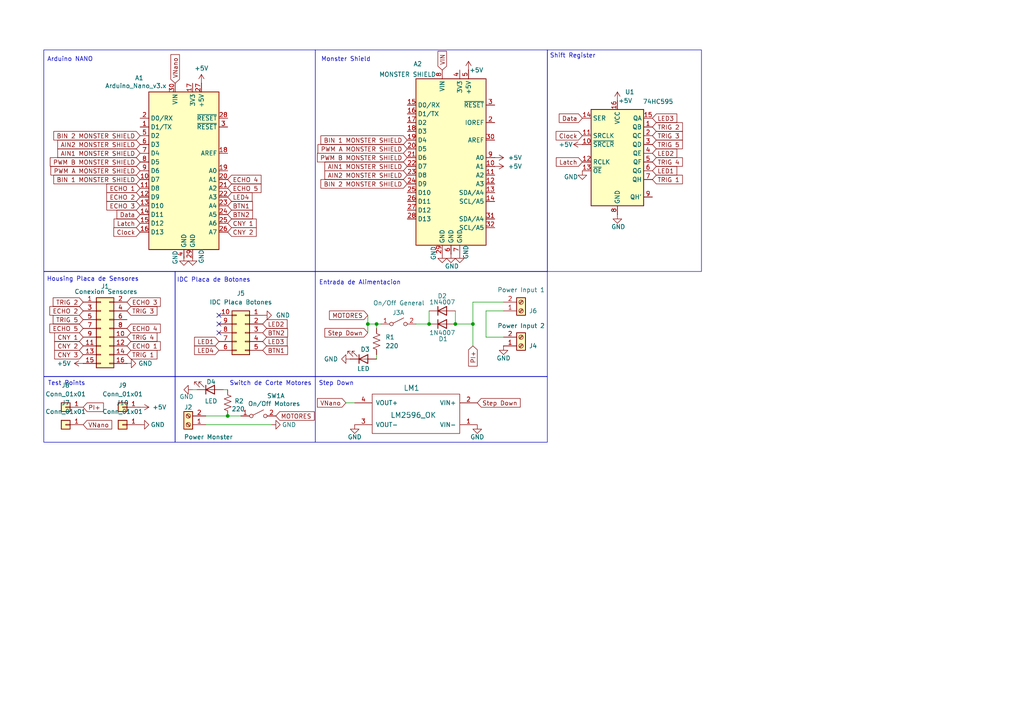
<source format=kicad_sch>
(kicad_sch (version 20231120) (generator "eeschema") (generator_version "8.0")
  (paper "A4")
  (lib_symbols
    (symbol "74xx:74HC595"
      (property "Reference" "U" (at -7.62 13.97 0))
      (property "Value" "74HC595" (at -7.62 -16.51 0))
      (symbol "74HC595_1_0"
        (pin tri_state line (at 10.16 7.62 180) (length 2.54) (name "QB") (number "1"))
        (pin input line (at -10.16 2.54 0) (length 2.54) (name "~{SRCLR}") (number "10"))
        (pin input line (at -10.16 5.08 0) (length 2.54) (name "SRCLK") (number "11"))
        (pin input line (at -10.16 -2.54 0) (length 2.54) (name "RCLK") (number "12"))
        (pin input line (at -10.16 -5.08 0) (length 2.54) (name "~{OE}") (number "13"))
        (pin input line (at -10.16 10.16 0) (length 2.54) (name "SER") (number "14"))
        (pin tri_state line (at 10.16 10.16 180) (length 2.54) (name "QA") (number "15"))
        (pin power_in line (at 0 15.24 270) (length 2.54) (name "VCC") (number "16"))
        (pin tri_state line (at 10.16 5.08 180) (length 2.54) (name "QC") (number "2"))
        (pin tri_state line (at 10.16 2.54 180) (length 2.54) (name "QD") (number "3"))
        (pin tri_state line (at 10.16 0 180) (length 2.54) (name "QE") (number "4"))
        (pin tri_state line (at 10.16 -2.54 180) (length 2.54) (name "QF") (number "5"))
        (pin tri_state line (at 10.16 -5.08 180) (length 2.54) (name "QG") (number "6"))
        (pin tri_state line (at 10.16 -7.62 180) (length 2.54) (name "QH") (number "7"))
        (pin power_in line (at 0 -17.78 90) (length 2.54) (name "GND") (number "8"))
        (pin output line (at 10.16 -12.7 180) (length 2.54) (name "QH'") (number "9"))
      )
      (symbol "74HC595_1_1"
        (rectangle (start -7.62 12.7) (end 7.62 -15.24) (stroke (width 0.254)) (fill (type background)))
      )
    )
    (symbol "Connector:Screw_Terminal_01x02" (pin_names (offset 1.016) hide)
      (property "Reference" "J" (at 0 2.54 0))
      (property "Value" "Screw_Terminal_01x02" (at 0 -5.08 0))
      (symbol "Screw_Terminal_01x02_1_1"
        (rectangle (start -1.27 1.27) (end 1.27 -3.81) (stroke (width 0.254)) (fill (type background)))
        (circle (center 0 -2.54) (radius 0.635) (stroke (width 0.1524)))
        (polyline (pts (xy -0.5334 -2.2098) (xy 0.3302 -3.048)) (stroke (width 0.1524)))
        (polyline (pts (xy -0.5334 0.3302) (xy 0.3302 -0.508)) (stroke (width 0.1524)))
        (polyline (pts (xy -0.3556 -2.032) (xy 0.508 -2.8702)) (stroke (width 0.1524)))
        (polyline (pts (xy -0.3556 0.508) (xy 0.508 -0.3302)) (stroke (width 0.1524)))
        (circle (center 0 0) (radius 0.635) (stroke (width 0.1524)))
        (pin passive line (at -5.08 0 0) (length 3.81) (name "Pin_1") (number "1"))
        (pin passive line (at -5.08 -2.54 0) (length 3.81) (name "Pin_2") (number "2"))
      )
    )
    (symbol "Connector_Generic:Conn_01x01" (pin_names (offset 1.016) hide)
      (property "Reference" "J" (at 0 2.54 0))
      (property "Value" "Conn_01x01" (at 0 -2.54 0))
      (symbol "Conn_01x01_1_1"
        (rectangle (start -1.27 0.127) (end 0 -0.127) (stroke (width 0.1524)))
        (rectangle (start -1.27 1.27) (end 1.27 -1.27) (stroke (width 0.254)) (fill (type background)))
        (pin passive line (at -5.08 0 0) (length 3.81) (name "Pin_1") (number "1"))
      )
    )
    (symbol "Connector_Generic:Conn_02x05_Counter_Clockwise" (pin_names (offset 1.016) hide)
      (property "Reference" "J" (at 1.27 7.62 0))
      (property "Value" "Conn_02x05_Counter_Clockwise" (at 1.27 -7.62 0))
      (symbol "Conn_02x05_Counter_Clockwise_1_1"
        (rectangle (start -1.27 -4.953) (end 0 -5.207) (stroke (width 0.1524)))
        (rectangle (start -1.27 -2.413) (end 0 -2.667) (stroke (width 0.1524)))
        (rectangle (start -1.27 0.127) (end 0 -0.127) (stroke (width 0.1524)))
        (rectangle (start -1.27 2.667) (end 0 2.413) (stroke (width 0.1524)))
        (rectangle (start -1.27 5.207) (end 0 4.953) (stroke (width 0.1524)))
        (rectangle (start -1.27 6.35) (end 3.81 -6.35) (stroke (width 0.254)) (fill (type background)))
        (rectangle (start 3.81 -4.953) (end 2.54 -5.207) (stroke (width 0.1524)))
        (rectangle (start 3.81 -2.413) (end 2.54 -2.667) (stroke (width 0.1524)))
        (rectangle (start 3.81 0.127) (end 2.54 -0.127) (stroke (width 0.1524)))
        (rectangle (start 3.81 2.667) (end 2.54 2.413) (stroke (width 0.1524)))
        (rectangle (start 3.81 5.207) (end 2.54 4.953) (stroke (width 0.1524)))
        (pin passive line (at -5.08 5.08 0) (length 3.81) (name "Pin_1") (number "1"))
        (pin passive line (at 7.62 5.08 180) (length 3.81) (name "Pin_10") (number "10"))
        (pin passive line (at -5.08 2.54 0) (length 3.81) (name "Pin_2") (number "2"))
        (pin passive line (at -5.08 0 0) (length 3.81) (name "Pin_3") (number "3"))
        (pin passive line (at -5.08 -2.54 0) (length 3.81) (name "Pin_4") (number "4"))
        (pin passive line (at -5.08 -5.08 0) (length 3.81) (name "Pin_5") (number "5"))
        (pin passive line (at 7.62 -5.08 180) (length 3.81) (name "Pin_6") (number "6"))
        (pin passive line (at 7.62 -2.54 180) (length 3.81) (name "Pin_7") (number "7"))
        (pin passive line (at 7.62 0 180) (length 3.81) (name "Pin_8") (number "8"))
        (pin passive line (at 7.62 2.54 180) (length 3.81) (name "Pin_9") (number "9"))
      )
    )
    (symbol "Connector_Generic:Conn_02x08_Odd_Even" (pin_names (offset 1.016) hide)
      (property "Reference" "J" (at 1.27 10.16 0))
      (property "Value" "Conn_02x08_Odd_Even" (at 1.27 -12.7 0))
      (symbol "Conn_02x08_Odd_Even_1_1"
        (rectangle (start -1.27 -10.033) (end 0 -10.287) (stroke (width 0.1524)))
        (rectangle (start -1.27 -7.493) (end 0 -7.747) (stroke (width 0.1524)))
        (rectangle (start -1.27 -4.953) (end 0 -5.207) (stroke (width 0.1524)))
        (rectangle (start -1.27 -2.413) (end 0 -2.667) (stroke (width 0.1524)))
        (rectangle (start -1.27 0.127) (end 0 -0.127) (stroke (width 0.1524)))
        (rectangle (start -1.27 2.667) (end 0 2.413) (stroke (width 0.1524)))
        (rectangle (start -1.27 5.207) (end 0 4.953) (stroke (width 0.1524)))
        (rectangle (start -1.27 7.747) (end 0 7.493) (stroke (width 0.1524)))
        (rectangle (start -1.27 8.89) (end 3.81 -11.43) (stroke (width 0.254)) (fill (type background)))
        (rectangle (start 3.81 -10.033) (end 2.54 -10.287) (stroke (width 0.1524)))
        (rectangle (start 3.81 -7.493) (end 2.54 -7.747) (stroke (width 0.1524)))
        (rectangle (start 3.81 -4.953) (end 2.54 -5.207) (stroke (width 0.1524)))
        (rectangle (start 3.81 -2.413) (end 2.54 -2.667) (stroke (width 0.1524)))
        (rectangle (start 3.81 0.127) (end 2.54 -0.127) (stroke (width 0.1524)))
        (rectangle (start 3.81 2.667) (end 2.54 2.413) (stroke (width 0.1524)))
        (rectangle (start 3.81 5.207) (end 2.54 4.953) (stroke (width 0.1524)))
        (rectangle (start 3.81 7.747) (end 2.54 7.493) (stroke (width 0.1524)))
        (pin passive line (at -5.08 7.62 0) (length 3.81) (name "Pin_1") (number "1"))
        (pin passive line (at 7.62 -2.54 180) (length 3.81) (name "Pin_10") (number "10"))
        (pin passive line (at -5.08 -5.08 0) (length 3.81) (name "Pin_11") (number "11"))
        (pin passive line (at 7.62 -5.08 180) (length 3.81) (name "Pin_12") (number "12"))
        (pin passive line (at -5.08 -7.62 0) (length 3.81) (name "Pin_13") (number "13"))
        (pin passive line (at 7.62 -7.62 180) (length 3.81) (name "Pin_14") (number "14"))
        (pin passive line (at -5.08 -10.16 0) (length 3.81) (name "Pin_15") (number "15"))
        (pin passive line (at 7.62 -10.16 180) (length 3.81) (name "Pin_16") (number "16"))
        (pin passive line (at 7.62 7.62 180) (length 3.81) (name "Pin_2") (number "2"))
        (pin passive line (at -5.08 5.08 0) (length 3.81) (name "Pin_3") (number "3"))
        (pin passive line (at 7.62 5.08 180) (length 3.81) (name "Pin_4") (number "4"))
        (pin passive line (at -5.08 2.54 0) (length 3.81) (name "Pin_5") (number "5"))
        (pin passive line (at 7.62 2.54 180) (length 3.81) (name "Pin_6") (number "6"))
        (pin passive line (at -5.08 0 0) (length 3.81) (name "Pin_7") (number "7"))
        (pin passive line (at 7.62 0 180) (length 3.81) (name "Pin_8") (number "8"))
        (pin passive line (at -5.08 -2.54 0) (length 3.81) (name "Pin_9") (number "9"))
      )
    )
    (symbol "Device:LED" (pin_numbers hide) (pin_names (offset 1.016) hide)
      (property "Reference" "D" (at 0 2.54 0))
      (property "Value" "LED" (at 0 -2.54 0))
      (symbol "LED_0_1"
        (polyline (pts (xy -1.27 -1.27) (xy -1.27 1.27)) (stroke (width 0.254)))
        (polyline (pts (xy -1.27 0) (xy 1.27 0)))
        (polyline (pts (xy 1.27 -1.27) (xy 1.27 1.27) (xy -1.27 0) (xy 1.27 -1.27)) (stroke (width 0.254)))
        (polyline (pts (xy -3.048 -0.762) (xy -4.572 -2.286) (xy -3.81 -2.286) (xy -4.572 -2.286) (xy -4.572 -1.524)))
        (polyline (pts (xy -1.778 -0.762) (xy -3.302 -2.286) (xy -2.54 -2.286) (xy -3.302 -2.286) (xy -3.302 -1.524)))
      )
      (symbol "LED_1_1"
        (pin passive line (at -3.81 0 0) (length 2.54) (name "K") (number "1"))
        (pin passive line (at 3.81 0 180) (length 2.54) (name "A") (number "2"))
      )
    )
    (symbol "Device:R_US" (pin_numbers hide) (pin_names (offset 0))
      (property "Reference" "R" (at 2.54 0 90))
      (property "Value" "R_US" (at -2.54 0 90))
      (symbol "R_US_0_1"
        (polyline (pts (xy 0 -2.286) (xy 0 -2.54)))
        (polyline (pts (xy 0 2.286) (xy 0 2.54)))
        (polyline (pts (xy 0 -0.762) (xy 1.016 -1.143) (xy 0 -1.524) (xy -1.016 -1.905) (xy 0 -2.286)))
        (polyline (pts (xy 0 0.762) (xy 1.016 0.381) (xy 0 0) (xy -1.016 -0.381) (xy 0 -0.762)))
        (polyline (pts (xy 0 2.286) (xy 1.016 1.905) (xy 0 1.524) (xy -1.016 1.143) (xy 0 0.762)))
      )
      (symbol "R_US_1_1"
        (pin passive line (at 0 3.81 270) (length 1.27) (name "~") (number "1"))
        (pin passive line (at 0 -3.81 90) (length 1.27) (name "~") (number "2"))
      )
    )
    (symbol "Diode:1N4007" (pin_numbers hide) (pin_names hide)
      (property "Reference" "D" (at 0 2.54 0))
      (property "Value" "1N4007" (at 0 -2.54 0))
      (symbol "1N4007_0_1"
        (polyline (pts (xy -1.27 1.27) (xy -1.27 -1.27)) (stroke (width 0.254)))
        (polyline (pts (xy 1.27 0) (xy -1.27 0)))
        (polyline (pts (xy 1.27 1.27) (xy 1.27 -1.27) (xy -1.27 0) (xy 1.27 1.27)) (stroke (width 0.254)))
      )
      (symbol "1N4007_1_1"
        (pin passive line (at -3.81 0 0) (length 2.54) (name "K") (number "1"))
        (pin passive line (at 3.81 0 180) (length 2.54) (name "A") (number "2"))
      )
    )
    (symbol "LM2596:LM2596_OK" (pin_names (offset 1.016))
      (property "Reference" "LM1" (at 7.366 -1.524 90))
      (property "Value" "LM2596_OK" (at 4.572 -1.27 90))
      (symbol "LM2596_OK_0_1"
        (rectangle (start -8.89 11.43) (end 2.54 -13.97))
      )
      (symbol "LM2596_OK_1_1"
        (pin input line (at 0 -19.05 90) (length 5.08) (name "VIN-") (number "1"))
        (pin input line (at -6.35 -19.05 90) (length 5.08) (name "VIN+") (number "2"))
        (pin input line (at 0 16.51 270) (length 5.08) (name "VOUT-") (number "3"))
        (pin input line (at -6.35 16.51 270) (length 5.08) (name "VOUT+") (number "4"))
      )
    )
    (symbol "MCU_Module:Arduino_Nano_v3.x"
      (property "Reference" "A" (at -10.16 23.495 0))
      (property "Value" "Arduino_Nano_v3.x" (at 5.08 -24.13 0))
      (symbol "Arduino_Nano_v3.x_0_1"
        (rectangle (start -10.16 22.86) (end 10.16 -22.86) (stroke (width 0.254)) (fill (type background)))
      )
      (symbol "Arduino_Nano_v3.x_1_1"
        (pin bidirectional line (at -12.7 12.7 0) (length 2.54) (name "D1/TX") (number "1"))
        (pin bidirectional line (at -12.7 -2.54 0) (length 2.54) (name "D7") (number "10"))
        (pin bidirectional line (at -12.7 -5.08 0) (length 2.54) (name "D8") (number "11"))
        (pin bidirectional line (at -12.7 -7.62 0) (length 2.54) (name "D9") (number "12"))
        (pin bidirectional line (at -12.7 -10.16 0) (length 2.54) (name "D10") (number "13"))
        (pin bidirectional line (at -12.7 -12.7 0) (length 2.54) (name "D11") (number "14"))
        (pin bidirectional line (at -12.7 -15.24 0) (length 2.54) (name "D12") (number "15"))
        (pin bidirectional line (at -12.7 -17.78 0) (length 2.54) (name "D13") (number "16"))
        (pin power_out line (at 2.54 25.4 270) (length 2.54) (name "3V3") (number "17"))
        (pin input line (at 12.7 5.08 180) (length 2.54) (name "AREF") (number "18"))
        (pin bidirectional line (at 12.7 0 180) (length 2.54) (name "A0") (number "19"))
        (pin bidirectional line (at -12.7 15.24 0) (length 2.54) (name "D0/RX") (number "2"))
        (pin bidirectional line (at 12.7 -2.54 180) (length 2.54) (name "A1") (number "20"))
        (pin bidirectional line (at 12.7 -5.08 180) (length 2.54) (name "A2") (number "21"))
        (pin bidirectional line (at 12.7 -7.62 180) (length 2.54) (name "A3") (number "22"))
        (pin bidirectional line (at 12.7 -10.16 180) (length 2.54) (name "A4") (number "23"))
        (pin bidirectional line (at 12.7 -12.7 180) (length 2.54) (name "A5") (number "24"))
        (pin bidirectional line (at 12.7 -15.24 180) (length 2.54) (name "A6") (number "25"))
        (pin bidirectional line (at 12.7 -17.78 180) (length 2.54) (name "A7") (number "26"))
        (pin power_out line (at 5.08 25.4 270) (length 2.54) (name "+5V") (number "27"))
        (pin input line (at 12.7 15.24 180) (length 2.54) (name "~{RESET}") (number "28"))
        (pin power_in line (at 2.54 -25.4 90) (length 2.54) (name "GND") (number "29"))
        (pin input line (at 12.7 12.7 180) (length 2.54) (name "~{RESET}") (number "3"))
        (pin power_in line (at -2.54 25.4 270) (length 2.54) (name "VIN") (number "30"))
        (pin power_in line (at 0 -25.4 90) (length 2.54) (name "GND") (number "4"))
        (pin bidirectional line (at -12.7 10.16 0) (length 2.54) (name "D2") (number "5"))
        (pin bidirectional line (at -12.7 7.62 0) (length 2.54) (name "D3") (number "6"))
        (pin bidirectional line (at -12.7 5.08 0) (length 2.54) (name "D4") (number "7"))
        (pin bidirectional line (at -12.7 2.54 0) (length 2.54) (name "D5") (number "8"))
        (pin bidirectional line (at -12.7 0 0) (length 2.54) (name "D6") (number "9"))
      )
    )
    (symbol "MCU_Module:Arduino_UNO_R3"
      (property "Reference" "A" (at -10.16 23.495 0))
      (property "Value" "Arduino_UNO_R3" (at 5.08 -26.67 0))
      (symbol "Arduino_UNO_R3_0_1"
        (rectangle (start -10.16 22.86) (end 10.16 -25.4) (stroke (width 0.254)) (fill (type background)))
      )
      (symbol "Arduino_UNO_R3_1_1"
        (pin no_connect line (at -10.16 -20.32 0) (length 2.54) hide (name "NC") (number "1"))
        (pin bidirectional line (at 12.7 -2.54 180) (length 2.54) (name "A1") (number "10"))
        (pin bidirectional line (at 12.7 -5.08 180) (length 2.54) (name "A2") (number "11"))
        (pin bidirectional line (at 12.7 -7.62 180) (length 2.54) (name "A3") (number "12"))
        (pin bidirectional line (at 12.7 -10.16 180) (length 2.54) (name "SDA/A4") (number "13"))
        (pin bidirectional line (at 12.7 -12.7 180) (length 2.54) (name "SCL/A5") (number "14"))
        (pin bidirectional line (at -12.7 15.24 0) (length 2.54) (name "D0/RX") (number "15"))
        (pin bidirectional line (at -12.7 12.7 0) (length 2.54) (name "D1/TX") (number "16"))
        (pin bidirectional line (at -12.7 10.16 0) (length 2.54) (name "D2") (number "17"))
        (pin bidirectional line (at -12.7 7.62 0) (length 2.54) (name "D3") (number "18"))
        (pin bidirectional line (at -12.7 5.08 0) (length 2.54) (name "D4") (number "19"))
        (pin output line (at 12.7 10.16 180) (length 2.54) (name "IOREF") (number "2"))
        (pin bidirectional line (at -12.7 2.54 0) (length 2.54) (name "D5") (number "20"))
        (pin bidirectional line (at -12.7 0 0) (length 2.54) (name "D6") (number "21"))
        (pin bidirectional line (at -12.7 -2.54 0) (length 2.54) (name "D7") (number "22"))
        (pin bidirectional line (at -12.7 -5.08 0) (length 2.54) (name "D8") (number "23"))
        (pin bidirectional line (at -12.7 -7.62 0) (length 2.54) (name "D9") (number "24"))
        (pin bidirectional line (at -12.7 -10.16 0) (length 2.54) (name "D10") (number "25"))
        (pin bidirectional line (at -12.7 -12.7 0) (length 2.54) (name "D11") (number "26"))
        (pin bidirectional line (at -12.7 -15.24 0) (length 2.54) (name "D12") (number "27"))
        (pin bidirectional line (at -12.7 -17.78 0) (length 2.54) (name "D13") (number "28"))
        (pin power_in line (at -2.54 -27.94 90) (length 2.54) (name "GND") (number "29"))
        (pin input line (at 12.7 15.24 180) (length 2.54) (name "~{RESET}") (number "3"))
        (pin input line (at 12.7 5.08 180) (length 2.54) (name "AREF") (number "30"))
        (pin bidirectional line (at 12.7 -17.78 180) (length 2.54) (name "SDA/A4") (number "31"))
        (pin bidirectional line (at 12.7 -20.32 180) (length 2.54) (name "SCL/A5") (number "32"))
        (pin power_out line (at 2.54 25.4 270) (length 2.54) (name "3V3") (number "4"))
        (pin power_out line (at 5.08 25.4 270) (length 2.54) (name "+5V") (number "5"))
        (pin power_in line (at 0 -27.94 90) (length 2.54) (name "GND") (number "6"))
        (pin power_in line (at 2.54 -27.94 90) (length 2.54) (name "GND") (number "7"))
        (pin power_in line (at -2.54 25.4 270) (length 2.54) (name "VIN") (number "8"))
        (pin bidirectional line (at 12.7 0 180) (length 2.54) (name "A0") (number "9"))
      )
    )
    (symbol "Switch:SW_DPST_x2" (pin_names (offset 0) hide)
      (property "Reference" "SW" (at 0 3.175 0))
      (property "Value" "SW_DPST_x2" (at 0 -2.54 0))
      (symbol "SW_DPST_x2_0_0"
        (circle (center -2.032 0) (radius 0.508))
        (polyline (pts (xy -1.524 0.254) (xy 1.524 1.778)))
        (circle (center 2.032 0) (radius 0.508))
      )
      (symbol "SW_DPST_x2_1_1"
        (pin passive line (at -5.08 0 0) (length 2.54) (name "A") (number "1"))
        (pin passive line (at 5.08 0 180) (length 2.54) (name "B") (number "2"))
      )
      (symbol "SW_DPST_x2_2_1"
        (pin passive line (at -5.08 0 0) (length 2.54) (name "A") (number "3"))
        (pin passive line (at 5.08 0 180) (length 2.54) (name "B") (number "4"))
      )
    )
    (symbol "power:+5V" (power) (pin_numbers hide) (pin_names (offset 0) hide)
      (property "Value" "+5V" (at 0 3.556 0))
      (symbol "+5V_0_1"
        (polyline (pts (xy -0.762 1.27) (xy 0 2.54)))
        (polyline (pts (xy 0 0) (xy 0 2.54)))
        (polyline (pts (xy 0 2.54) (xy 0.762 1.27)))
      )
      (symbol "+5V_1_1"
        (pin power_in line (at 0 0 90) (length 0) (name "~") (number "1"))
      )
    )
    (symbol "power:GND" (power) (pin_numbers hide) (pin_names (offset 0) hide)
      (property "Value" "GND" (at 0 -3.81 0))
      (symbol "GND_0_1"
        (polyline (pts (xy 0 0) (xy 0 -1.27) (xy 1.27 -1.27) (xy 0 -2.54) (xy -1.27 -1.27) (xy 0 -1.27)))
      )
      (symbol "GND_1_1"
        (pin power_in line (at 0 0 270) (length 0) (name "~") (number "1"))
      )
    )
  )
  (junction (at 124.46 93.98))
  (junction (at 137.16 93.98))
  (junction (at 109.22 93.98))
  (junction (at 132.08 93.98))
  (junction (at 66.04 120.65))
  (junction (at 106.68 93.98))
  (no_connect (at 63.5 93.98))
  (no_connect (at 63.5 96.52))
  (no_connect (at 63.5 91.44))
  (wire (pts (xy 100.33 116.84) (xy 102.87 116.84)))
  (wire (pts (xy 137.16 93.98) (xy 137.16 100.33)))
  (wire (pts (xy 146.05 87.63) (xy 137.16 87.63)))
  (wire (pts (xy 53.34 74.93) (xy 53.34 74.422)))
  (wire (pts (xy 140.97 90.17) (xy 146.05 90.17)))
  (wire (pts (xy 106.68 93.98) (xy 109.22 93.98)))
  (wire (pts (xy 59.69 120.65) (xy 66.04 120.65)))
  (wire (pts (xy 109.22 93.98) (xy 110.49 93.98)))
  (wire (pts (xy 132.08 93.98) (xy 137.16 93.98)))
  (wire (pts (xy 109.22 95.25) (xy 109.22 93.98)))
  (wire (pts (xy 124.46 90.17) (xy 124.46 93.98)))
  (wire (pts (xy 109.22 102.87) (xy 109.22 104.14)))
  (wire (pts (xy 140.97 90.17) (xy 140.97 97.79)))
  (wire (pts (xy 132.08 90.17) (xy 132.08 93.98)))
  (wire (pts (xy 78.74 123.19) (xy 59.69 123.19)))
  (wire (pts (xy 140.97 97.79) (xy 146.05 97.79)))
  (wire (pts (xy 106.68 91.44) (xy 106.68 93.98)))
  (wire (pts (xy 55.88 74.93) (xy 55.88 74.422)))
  (wire (pts (xy 66.04 120.65) (xy 69.85 120.65)))
  (wire (pts (xy 57.15 113.03) (xy 55.88 113.03)))
  (wire (pts (xy 66.04 113.03) (xy 64.77 113.03)))
  (wire (pts (xy 106.68 93.98) (xy 106.68 96.52)))
  (wire (pts (xy 120.65 93.98) (xy 124.46 93.98)))
  (wire (pts (xy 137.16 87.63) (xy 137.16 93.98)))
  (rectangle (start 50.8 78.74) (end 91.44 109.22))
  (rectangle (start 12.7 14.478) (end 91.44 78.74))
  (rectangle (start 91.44 109.22) (end 158.75 128.27))
  (rectangle (start 91.44 78.74) (end 158.75 109.22))
  (rectangle (start 12.7 109.22) (end 50.8 128.27))
  (rectangle (start 158.75 14.478) (end 203.454 78.74))
  (rectangle (start 50.8 109.22) (end 91.44 128.27))
  (rectangle (start 91.44 14.478) (end 158.75 78.74))
  (rectangle (start 12.7 78.74) (end 50.8 109.22))
  (text "Switch de Corte Motores" (at 78.486 111.252 0) (effects (font (size 1.27 1.27))))
  (text "Entrada de Alimentacion" (at 104.394 82.042 0) (effects (font (size 1.27 1.27))))
  (text "Shift Register" (at 166.116 16.256 0) (effects (font (size 1.27 1.27))))
  (text "Test Points\n" (at 19.304 111.252 0) (effects (font (size 1.27 1.27))))
  (text "Step Down\n" (at 97.536 111.252 0) (effects (font (size 1.27 1.27))))
  (text "Housing Placa de Sensores" (at 26.924 81.026 0) (effects (font (size 1.27 1.27))))
  (text "Monster Shield\n" (at 100.33 17.272 0) (effects (font (size 1.27 1.27))))
  (text "Arduino NANO\n" (at 20.32 17.272 0) (effects (font (size 1.27 1.27))))
  (text "IDC Placa de Botones" (at 61.976 81.28 0) (effects (font (size 1.27 1.27))))
  (global_label "ECHO 3" (shape input) (at 36.83 87.63 0) (property "Intersheetrefs" "${INTERSHEET_REFS}" (effects (hide yes))))
  (global_label "LED3" (shape input) (at 189.23 34.29 0) (property "Intersheetrefs" "${INTERSHEET_REFS}" (effects (hide yes))))
  (global_label "TRIG 2" (shape input) (at 189.23 36.83 0) (property "Intersheetrefs" "${INTERSHEET_REFS}" (effects (hide yes))))
  (global_label "ECHO 5" (shape input) (at 66.04 54.61 0) (property "Intersheetrefs" "${INTERSHEET_REFS}" (effects (hide yes))))
  (global_label "CNY 2" (shape input) (at 66.04 67.31 0) (property "Intersheetrefs" "${INTERSHEET_REFS}" (effects (hide yes))))
  (global_label "TRIG 1" (shape input) (at 189.23 52.07 0) (property "Intersheetrefs" "${INTERSHEET_REFS}" (effects (hide yes))))
  (global_label "PI+" (shape input) (at 137.16 100.33 270) (property "Intersheetrefs" "${INTERSHEET_REFS}" (effects (hide yes))))
  (global_label "ECHO 5" (shape input) (at 24.13 95.25 180) (property "Intersheetrefs" "${INTERSHEET_REFS}" (effects (hide yes))))
  (global_label "TRIG 3" (shape input) (at 36.83 90.17 0) (property "Intersheetrefs" "${INTERSHEET_REFS}" (effects (hide yes))))
  (global_label "VNano" (shape input) (at 50.8 24.13 90) (property "Intersheetrefs" "${INTERSHEET_REFS}" (effects (hide yes))))
  (global_label "BIN 1 MONSTER SHIELD" (shape input) (at 118.11 40.64 180) (property "Intersheetrefs" "${INTERSHEET_REFS}" (effects (hide yes))))
  (global_label "BIN 2 MONSTER SHIELD" (shape input) (at 40.64 39.37 180) (property "Intersheetrefs" "${INTERSHEET_REFS}" (effects (hide yes))))
  (global_label "MOTORES" (shape input) (at 106.68 91.44 180) (property "Intersheetrefs" "${INTERSHEET_REFS}" (effects (hide yes))))
  (global_label "BTN2" (shape input) (at 66.04 62.23 0) (property "Intersheetrefs" "${INTERSHEET_REFS}" (effects (hide yes))))
  (global_label "Clock" (shape input) (at 168.91 39.37 180) (property "Intersheetrefs" "${INTERSHEET_REFS}" (effects (hide yes))))
  (global_label "Data" (shape input) (at 168.91 34.29 180) (property "Intersheetrefs" "${INTERSHEET_REFS}" (effects (hide yes))))
  (global_label "Step Down" (shape input) (at 106.68 96.52 180) (property "Intersheetrefs" "${INTERSHEET_REFS}" (effects (hide yes))))
  (global_label "MOTORES" (shape input) (at 80.01 120.65 0) (property "Intersheetrefs" "${INTERSHEET_REFS}" (effects (hide yes))))
  (global_label "PWM B MONSTER SHIELD" (shape input) (at 40.64 46.99 180) (property "Intersheetrefs" "${INTERSHEET_REFS}" (effects (hide yes))))
  (global_label "BTN2" (shape input) (at 76.2 96.52 0) (property "Intersheetrefs" "${INTERSHEET_REFS}" (effects (hide yes))))
  (global_label "PWM A MONSTER SHIELD" (shape input) (at 118.11 43.18 180) (property "Intersheetrefs" "${INTERSHEET_REFS}" (effects (hide yes))))
  (global_label "TRIG 4" (shape input) (at 189.23 46.99 0) (property "Intersheetrefs" "${INTERSHEET_REFS}" (effects (hide yes))))
  (global_label "LED4" (shape input) (at 63.5 101.6 180) (property "Intersheetrefs" "${INTERSHEET_REFS}" (effects (hide yes))))
  (global_label "LED2" (shape input) (at 76.2 93.98 0) (property "Intersheetrefs" "${INTERSHEET_REFS}" (effects (hide yes))))
  (global_label "ECHO 4" (shape input) (at 66.04 52.07 0) (property "Intersheetrefs" "${INTERSHEET_REFS}" (effects (hide yes))))
  (global_label "LED1" (shape input) (at 63.5 99.06 180) (property "Intersheetrefs" "${INTERSHEET_REFS}" (effects (hide yes))))
  (global_label "CNY 1" (shape input) (at 24.13 97.79 180) (property "Intersheetrefs" "${INTERSHEET_REFS}" (effects (hide yes))))
  (global_label "Step Down" (shape input) (at 138.43 116.84 0) (property "Intersheetrefs" "${INTERSHEET_REFS}" (effects (hide yes))))
  (global_label "TRIG 4" (shape input) (at 36.83 97.79 0) (property "Intersheetrefs" "${INTERSHEET_REFS}" (effects (hide yes))))
  (global_label "CNY 3" (shape input) (at 24.13 102.87 180) (property "Intersheetrefs" "${INTERSHEET_REFS}" (effects (hide yes))))
  (global_label "LED3" (shape input) (at 76.2 99.06 0) (property "Intersheetrefs" "${INTERSHEET_REFS}" (effects (hide yes))))
  (global_label "VNano" (shape input) (at 100.33 116.84 180) (property "Intersheetrefs" "${INTERSHEET_REFS}" (effects (hide yes))))
  (global_label "TRIG 1" (shape input) (at 36.83 102.87 0) (property "Intersheetrefs" "${INTERSHEET_REFS}" (effects (hide yes))))
  (global_label "TRIG 2" (shape input) (at 24.13 87.63 180) (property "Intersheetrefs" "${INTERSHEET_REFS}" (effects (hide yes))))
  (global_label "LED2" (shape input) (at 189.23 44.45 0) (property "Intersheetrefs" "${INTERSHEET_REFS}" (effects (hide yes))))
  (global_label "Clock" (shape input) (at 40.64 67.31 180) (property "Intersheetrefs" "${INTERSHEET_REFS}" (effects (hide yes))))
  (global_label "ECHO 3" (shape input) (at 40.64 59.69 180) (property "Intersheetrefs" "${INTERSHEET_REFS}" (effects (hide yes))))
  (global_label "PI+" (shape input) (at 24.13 118.11 0) (property "Intersheetrefs" "${INTERSHEET_REFS}" (effects (hide yes))))
  (global_label "PWM B MONSTER SHIELD" (shape input) (at 118.11 45.72 180) (property "Intersheetrefs" "${INTERSHEET_REFS}" (effects (hide yes))))
  (global_label "TRIG 5" (shape input) (at 189.23 41.91 0) (property "Intersheetrefs" "${INTERSHEET_REFS}" (effects (hide yes))))
  (global_label "ECHO 1" (shape input) (at 40.64 54.61 180) (property "Intersheetrefs" "${INTERSHEET_REFS}" (effects (hide yes))))
  (global_label "ECHO 2" (shape input) (at 40.64 57.15 180) (property "Intersheetrefs" "${INTERSHEET_REFS}" (effects (hide yes))))
  (global_label "AIN1 MONSTER SHIELD" (shape input) (at 40.64 44.45 180) (property "Intersheetrefs" "${INTERSHEET_REFS}" (effects (hide yes))))
  (global_label "AIN1 MONSTER SHIELD" (shape input) (at 118.11 48.26 180) (property "Intersheetrefs" "${INTERSHEET_REFS}" (effects (hide yes))))
  (global_label "Latch" (shape input) (at 168.91 46.99 180) (property "Intersheetrefs" "${INTERSHEET_REFS}" (effects (hide yes))))
  (global_label "VIN" (shape input) (at 128.27 20.32 90) (property "Intersheetrefs" "${INTERSHEET_REFS}" (effects (hide yes))))
  (global_label "CNY 1" (shape input) (at 66.04 64.77 0) (property "Intersheetrefs" "${INTERSHEET_REFS}" (effects (hide yes))))
  (global_label "ECHO 4" (shape input) (at 36.83 95.25 0) (property "Intersheetrefs" "${INTERSHEET_REFS}" (effects (hide yes))))
  (global_label "TRIG 3" (shape input) (at 189.23 39.37 0) (property "Intersheetrefs" "${INTERSHEET_REFS}" (effects (hide yes))))
  (global_label "CNY 2" (shape input) (at 24.13 100.33 180) (property "Intersheetrefs" "${INTERSHEET_REFS}" (effects (hide yes))))
  (global_label "Data" (shape input) (at 40.64 62.23 180) (property "Intersheetrefs" "${INTERSHEET_REFS}" (effects (hide yes))))
  (global_label "LED1" (shape input) (at 189.23 49.53 0) (property "Intersheetrefs" "${INTERSHEET_REFS}" (effects (hide yes))))
  (global_label "BIN 1 MONSTER SHIELD" (shape input) (at 40.64 52.07 180) (property "Intersheetrefs" "${INTERSHEET_REFS}" (effects (hide yes))))
  (global_label "ECHO 1" (shape input) (at 36.83 100.33 0) (property "Intersheetrefs" "${INTERSHEET_REFS}" (effects (hide yes))))
  (global_label "PWM A MONSTER SHIELD" (shape input) (at 40.64 49.53 180) (property "Intersheetrefs" "${INTERSHEET_REFS}" (effects (hide yes))))
  (global_label "ECHO 2" (shape input) (at 24.13 90.17 180) (property "Intersheetrefs" "${INTERSHEET_REFS}" (effects (hide yes))))
  (global_label "BTN1" (shape input) (at 76.2 101.6 0) (property "Intersheetrefs" "${INTERSHEET_REFS}" (effects (hide yes))))
  (global_label "BTN1" (shape input) (at 66.04 59.69 0) (property "Intersheetrefs" "${INTERSHEET_REFS}" (effects (hide yes))))
  (global_label "AIN2 MONSTER SHIELD" (shape input) (at 118.11 50.8 180) (property "Intersheetrefs" "${INTERSHEET_REFS}" (effects (hide yes))))
  (global_label "BIN 2 MONSTER SHIELD" (shape input) (at 118.11 53.34 180) (property "Intersheetrefs" "${INTERSHEET_REFS}" (effects (hide yes))))
  (global_label "VNano" (shape input) (at 24.13 123.19 0) (property "Intersheetrefs" "${INTERSHEET_REFS}" (effects (hide yes))))
  (global_label "LED4" (shape input) (at 66.04 57.15 0) (property "Intersheetrefs" "${INTERSHEET_REFS}" (effects (hide yes))))
  (global_label "TRIG 5" (shape input) (at 24.13 92.71 180) (property "Intersheetrefs" "${INTERSHEET_REFS}" (effects (hide yes))))
  (global_label "Latch" (shape input) (at 40.64 64.77 180) (property "Intersheetrefs" "${INTERSHEET_REFS}" (effects (hide yes))))
  (global_label "AIN2 MONSTER SHIELD" (shape input) (at 40.64 41.91 180) (property "Intersheetrefs" "${INTERSHEET_REFS}" (effects (hide yes))))
  (symbol (lib_id "power:GND") (at 76.2 91.44 90) (unit 1)
    (property "Reference" "#PWR01" (effects (hide yes)))
    (property "Value" "GND" (at 80.01 91.4399 90) (effects (justify right)))
    (property "Description" "Power symbol creates a global label with name \"GND\" , ground" (effects (hide yes)))
  )
  (symbol (lib_id "74xx:74HC595") (at 179.07 44.45 0) (unit 1)
    (property "Reference" "U1" (at 181.2641 26.67 0) (effects (justify left)))
    (property "Value" "74HC595" (at 186.436 29.464 0) (effects (justify left)))
    (property "Footprint" "74HC595N_DIP16_:DIP16-2.54-20.32X5.84MM" (effects (hide yes)))
    (property "Datasheet" "http://www.ti.com/lit/ds/symlink/sn74hc595.pdf" (effects (hide yes)))
    (property "Description" "8-bit serial in/out Shift Register 3-State Outputs" (effects (hide yes)))
  )
  (symbol (lib_id "power:+5V") (at 58.42 24.13 0) (unit 1)
    (property "Reference" "#PWR05" (effects (hide yes)))
    (property "Value" "+5V" (at 58.42 19.812 0))
    (property "Description" "Power symbol creates a global label with name \"+5V\"" (effects (hide yes)))
  )
  (symbol (lib_id "power:+5V") (at 24.13 105.41 90) (unit 1)
    (property "Reference" "#PWR010" (effects (hide yes)))
    (property "Value" "+5V" (at 20.574 105.4099 90) (effects (justify left)))
    (property "Description" "Power symbol creates a global label with name \"+5V\"" (effects (hide yes)))
  )
  (symbol (lib_id "Diode:1N4007") (at 128.27 93.98 0) (unit 1)
    (property "Reference" "D1" (at 128.524 98.298 0))
    (property "Value" "1N4007" (at 128.27 96.52 0))
    (property "Footprint" "Diode_THT:D_DO-41_SOD81_P10.16mm_Horizontal" (effects (hide yes)))
    (property "Datasheet" "http://www.vishay.com/docs/88503/1n4001.pdf" (effects (hide yes)))
    (property "Description" "1000V 1A General Purpose Rectifier Diode, DO-41" (effects (hide yes)))
    (property "Sim.Device" "D" (effects (hide yes)))
    (property "Sim.Pins" "1=K 2=A" (effects (hide yes)))
  )
  (symbol (lib_id "power:+5V") (at 143.51 45.72 270) (unit 1)
    (property "Reference" "#PWR019" (effects (hide yes)))
    (property "Value" "+5V" (at 147.32 45.7199 90) (effects (justify left)))
    (property "Description" "Power symbol creates a global label with name \"+5V\"" (effects (hide yes)))
  )
  (symbol (lib_id "Connector_Generic:Conn_02x05_Counter_Clockwise") (at 71.12 96.52 0) (mirror y) (unit 1)
    (property "Reference" "J5" (at 69.85 85.09 0))
    (property "Value" "IDC Placa Botones" (at 69.85 87.63 0))
    (property "Footprint" "Connector_PinHeader_2.54mm:PinHeader_2x05_P2.54mm_Horizontal" (effects (hide yes)))
    (property "Description" "Generic connector, double row, 02x05, counter clockwise pin numbering scheme (similar to DIP package numbering), script generated (kicad-library-utils/schlib/autogen/connector/)" (effects (hide yes)))
  )
  (symbol (lib_id "power:+5V") (at 168.91 41.91 90) (unit 1)
    (property "Reference" "#PWR013" (effects (hide yes)))
    (property "Value" "+5V" (at 164.084 41.91 90))
    (property "Description" "Power symbol creates a global label with name \"+5V\"" (effects (hide yes)))
  )
  (symbol (lib_id "Switch:SW_DPST_x2") (at 115.57 93.98 0) (unit 1)
    (property "Reference" "J3" (at 113.792 90.678 0) (effects (justify left)))
    (property "Value" "On/Off General" (at 108.204 87.884 0) (effects (justify left)))
    (property "Footprint" "TerminalBlock:TerminalBlock_bornier-2_P5.08mm" (effects (hide yes)))
    (property "Description" "Single Pole Single Throw (SPST) switch, separate symbol" (effects (hide yes)))
  )
  (symbol (lib_id "power:GND") (at 179.07 62.23 0) (unit 1)
    (property "Reference" "#PWR024" (effects (hide yes)))
    (property "Value" "GND" (at 179.324 65.786 0))
    (property "Description" "Power symbol creates a global label with name \"GND\" , ground" (effects (hide yes)))
  )
  (symbol (lib_id "power:GND") (at 55.88 113.03 270) (unit 1)
    (property "Reference" "#PWR017" (effects (hide yes)))
    (property "Value" "GND" (at 56.134 115.062 90) (effects (justify right)))
    (property "Description" "Power symbol creates a global label with name \"GND\" , ground" (effects (hide yes)))
  )
  (symbol (lib_id "Connector_Generic:Conn_01x01") (at 35.56 123.19 180) (unit 1)
    (property "Reference" "J10" (at 35.56 116.84 0))
    (property "Value" "Conn_01x01" (at 35.56 119.38 0))
    (property "Footprint" "Connector_PinHeader_2.54mm:PinHeader_1x01_P2.54mm_Vertical" (effects (hide yes)))
    (property "Description" "Generic connector, single row, 01x01, script generated (kicad-library-utils/schlib/autogen/connector/)" (effects (hide yes)))
  )
  (symbol (lib_id "power:GND") (at 128.27 73.66 0) (unit 1)
    (property "Reference" "#PWR07" (effects (hide yes)))
    (property "Value" "GND" (at 125.73 73.406 90))
    (property "Description" "Power symbol creates a global label with name \"GND\" , ground" (effects (hide yes)))
  )
  (symbol (lib_id "Connector_Generic:Conn_02x08_Odd_Even") (at 29.21 95.25 0) (unit 1)
    (property "Reference" "J1" (at 30.48 83.058 0))
    (property "Value" "Conexion Sensores" (at 30.734 84.582 0))
    (property "Footprint" "Connector_PinHeader_2.54mm:PinHeader_2x08_P2.54mm_Horizontal" (effects (hide yes)))
    (property "Description" "Generic connector, double row, 02x08, odd/even pin numbering scheme (row 1 odd numbers, row 2 even numbers), script generated (kicad-library-utils/schlib/autogen/connector/)" (effects (hide yes)))
  )
  (symbol (lib_id "Connector_Generic:Conn_01x01") (at 19.05 123.19 180) (unit 1)
    (property "Reference" "J7" (at 19.05 116.84 0))
    (property "Value" "Conn_01x01" (at 19.05 119.38 0))
    (property "Footprint" "Connector_PinHeader_2.54mm:PinHeader_1x01_P2.54mm_Vertical" (effects (hide yes)))
    (property "Description" "Generic connector, single row, 01x01, script generated (kicad-library-utils/schlib/autogen/connector/)" (effects (hide yes)))
  )
  (symbol (lib_id "Device:LED") (at 60.96 113.03 0) (mirror x) (unit 1)
    (property "Reference" "D4" (at 61.214 110.744 0))
    (property "Value" "LED" (at 61.214 116.332 0))
    (property "Footprint" "LED_THT:LED_D5.0mm_Horizontal_O1.27mm_Z3.0mm" (effects (hide yes)))
    (property "Description" "Light emitting diode" (effects (hide yes)))
  )
  (symbol (lib_id "LM2596:LM2596_OK") (at 119.38 123.19 90) (mirror x) (unit 1)
    (property "Reference" "LM1" (at 119.38 112.522 90) (effects (font (size 1.524 1.524))))
    (property "Value" "LM2596_OK" (at 119.888 120.396 90) (effects (font (size 1.524 1.524))))
    (property "Footprint" "StepDown:StepDown" (effects (hide yes)))
  )
  (symbol (lib_id "Switch:SW_DPST_x2") (at 74.93 120.65 0) (unit 1)
    (property "Reference" "SW1" (at 80.01 114.808 0))
    (property "Value" "On/Off Motores" (at 79.502 117.094 0))
    (property "Footprint" "Button_Switch_THT:SW_Slide_SPDT_Angled_CK_OS102011MA1Q" (effects (hide yes)))
    (property "Description" "Single Pole Single Throw (SPST) switch, separate symbol" (effects (hide yes)))
  )
  (symbol (lib_id "power:GND") (at 146.05 100.33 0) (unit 1)
    (property "Reference" "#PWR02" (effects (hide yes)))
    (property "Value" "GND" (at 146.05 103.886 0))
    (property "Description" "Power symbol creates a global label with name \"GND\" , ground" (effects (hide yes)))
  )
  (symbol (lib_id "power:GND") (at 138.43 123.19 0) (unit 1)
    (property "Reference" "#PWR015" (effects (hide yes)))
    (property "Value" "GND" (at 138.43 126.746 0))
    (property "Description" "Power symbol creates a global label with name \"GND\" , ground" (effects (hide yes)))
  )
  (symbol (lib_id "Diode:1N4007") (at 128.27 90.17 0) (unit 1)
    (property "Reference" "D2" (at 128.27 85.852 0))
    (property "Value" "1N4007" (at 128.27 87.63 0))
    (property "Footprint" "Diode_THT:D_DO-41_SOD81_P10.16mm_Horizontal" (effects (hide yes)))
    (property "Datasheet" "http://www.vishay.com/docs/88503/1n4001.pdf" (effects (hide yes)))
    (property "Description" "1000V 1A General Purpose Rectifier Diode, DO-41" (effects (hide yes)))
    (property "Sim.Device" "D" (effects (hide yes)))
    (property "Sim.Pins" "1=K 2=A" (effects (hide yes)))
  )
  (symbol (lib_id "Device:R_US") (at 66.04 116.84 180) (unit 1)
    (property "Reference" "R2" (at 69.342 116.332 0))
    (property "Value" "220" (at 69.088 118.618 0))
    (property "Footprint" "Resistor_THT:R_Axial_DIN0204_L3.6mm_D1.6mm_P7.62mm_Horizontal" (effects (hide yes)))
    (property "Description" "Resistor, US symbol" (effects (hide yes)))
  )
  (symbol (lib_id "Connector_Generic:Conn_01x01") (at 19.05 118.11 180) (unit 1)
    (property "Reference" "J8" (at 19.05 111.76 0))
    (property "Value" "Conn_01x01" (at 19.05 114.3 0))
    (property "Footprint" "Connector_PinHeader_2.54mm:PinHeader_1x01_P2.54mm_Vertical" (effects (hide yes)))
    (property "Description" "Generic connector, single row, 01x01, script generated (kicad-library-utils/schlib/autogen/connector/)" (effects (hide yes)))
  )
  (symbol (lib_id "power:GND") (at 78.74 123.19 90) (unit 1)
    (property "Reference" "#PWR011" (effects (hide yes)))
    (property "Value" "GND" (at 81.788 123.19 90) (effects (justify right)))
    (property "Description" "Power symbol creates a global label with name \"GND\" , ground" (effects (hide yes)))
  )
  (symbol (lib_id "Device:LED") (at 105.41 104.14 0) (mirror x) (unit 1)
    (property "Reference" "D3" (at 105.918 101.346 0))
    (property "Value" "LED" (at 105.41 106.934 0))
    (property "Footprint" "LED_THT:LED_D5.0mm_Horizontal_O1.27mm_Z3.0mm" (effects (hide yes)))
    (property "Description" "Light emitting diode" (effects (hide yes)))
  )
  (symbol (lib_id "power:GND") (at 130.81 73.66 0) (unit 1)
    (property "Reference" "#PWR08" (effects (hide yes)))
    (property "Value" "GND" (at 131.064 77.216 0))
    (property "Description" "Power symbol creates a global label with name \"GND\" , ground" (effects (hide yes)))
  )
  (symbol (lib_id "power:GND") (at 101.6 104.14 270) (unit 1)
    (property "Reference" "#PWR016" (effects (hide yes)))
    (property "Value" "GND" (at 98.044 104.14 90) (effects (justify right)))
    (property "Description" "Power symbol creates a global label with name \"GND\" , ground" (effects (hide yes)))
  )
  (symbol (lib_id "Connector_Generic:Conn_01x01") (at 35.56 118.11 180) (unit 1)
    (property "Reference" "J9" (at 35.56 111.76 0))
    (property "Value" "Conn_01x01" (at 35.56 114.3 0))
    (property "Footprint" "Connector_PinHeader_2.54mm:PinHeader_1x01_P2.54mm_Vertical" (effects (hide yes)))
    (property "Description" "Generic connector, single row, 01x01, script generated (kicad-library-utils/schlib/autogen/connector/)" (effects (hide yes)))
  )
  (symbol (lib_id "Device:R_US") (at 109.22 99.06 0) (unit 1)
    (property "Reference" "R1" (at 111.76 97.7899 0) (effects (justify left)))
    (property "Value" "220" (at 111.76 100.3299 0) (effects (justify left)))
    (property "Footprint" "Resistor_THT:R_Axial_DIN0204_L3.6mm_D1.6mm_P7.62mm_Horizontal" (effects (hide yes)))
    (property "Description" "Resistor, US symbol" (effects (hide yes)))
  )
  (symbol (lib_id "Connector:Screw_Terminal_01x02") (at 151.13 90.17 0) (mirror x) (unit 1)
    (property "Reference" "J6" (at 153.416 90.1701 0) (effects (justify left)))
    (property "Value" "Power Input 1" (at 144.272 84.074 0) (effects (justify left)))
    (property "Footprint" "Connector_AMASS:AMASS_XT60-M_1x02_P7.20mm_Vertical" (effects (hide yes)))
    (property "Description" "Generic screw terminal, single row, 01x02, script generated (kicad-library-utils/schlib/autogen/connector/)" (effects (hide yes)))
  )
  (symbol (lib_id "power:GND") (at 55.88 74.422 0) (unit 1)
    (property "Reference" "#PWR04" (effects (hide yes)))
    (property "Value" "GND" (at 58.42 74.422 90))
    (property "Description" "Power symbol creates a global label with name \"GND\" , ground" (effects (hide yes)))
  )
  (symbol (lib_id "power:+5V") (at 179.07 29.21 0) (unit 1)
    (property "Reference" "#PWR023" (effects (hide yes)))
    (property "Value" "+5V" (at 181.356 29.21 0))
    (property "Description" "Power symbol creates a global label with name \"+5V\"" (effects (hide yes)))
  )
  (symbol (lib_id "power:GND") (at 53.34 74.422 0) (unit 1)
    (property "Reference" "#PWR03" (effects (hide yes)))
    (property "Value" "GND" (at 50.8 74.676 90))
    (property "Description" "Power symbol creates a global label with name \"GND\" , ground" (effects (hide yes)))
  )
  (symbol (lib_id "power:GND") (at 40.64 123.19 90) (unit 1)
    (property "Reference" "#PWR022" (effects (hide yes)))
    (property "Value" "GND" (at 43.688 123.19 90) (effects (justify right)))
    (property "Description" "Power symbol creates a global label with name \"GND\" , ground" (effects (hide yes)))
  )
  (symbol (lib_id "Connector:Screw_Terminal_01x02") (at 54.61 123.19 180) (unit 1)
    (property "Reference" "J2" (at 54.61 118.11 0))
    (property "Value" "Power Monster" (at 60.452 126.746 0))
    (property "Footprint" "TerminalBlock:TerminalBlock_bornier-2_P5.08mm" (effects (hide yes)))
    (property "Description" "Generic screw terminal, single row, 01x02, script generated (kicad-library-utils/schlib/autogen/connector/)" (effects (hide yes)))
  )
  (symbol (lib_id "power:GND") (at 36.83 105.41 90) (unit 1)
    (property "Reference" "#PWR012" (effects (hide yes)))
    (property "Value" "GND" (at 42.164 105.41 90))
    (property "Description" "Power symbol creates a global label with name \"GND\" , ground" (effects (hide yes)))
  )
  (symbol (lib_id "power:GND") (at 133.35 73.66 0) (unit 1)
    (property "Reference" "#PWR09" (effects (hide yes)))
    (property "Value" "GND" (at 135.128 73.152 90))
    (property "Description" "Power symbol creates a global label with name \"GND\" , ground" (effects (hide yes)))
  )
  (symbol (lib_id "Connector:Screw_Terminal_01x02") (at 151.13 100.33 0) (mirror x) (unit 1)
    (property "Reference" "J4" (at 153.416 100.3301 0) (effects (justify left)))
    (property "Value" "Power Input 2" (at 144.272 94.488 0) (effects (justify left)))
    (property "Footprint" "Connector_AMASS:AMASS_XT60-M_1x02_P7.20mm_Vertical" (effects (hide yes)))
    (property "Description" "Generic screw terminal, single row, 01x02, script generated (kicad-library-utils/schlib/autogen/connector/)" (effects (hide yes)))
  )
  (symbol (lib_id "MCU_Module:Arduino_Nano_v3.x") (at 53.34 49.53 0) (unit 1)
    (property "Reference" "A1" (at 39.116 22.606 0) (effects (justify left)))
    (property "Value" "Arduino_Nano_v3.x" (at 30.48 24.892 0) (effects (justify left)))
    (property "Footprint" "Module:Arduino_Nano" (effects (hide yes)))
    (property "Datasheet" "http://www.mouser.com/pdfdocs/Gravitech_Arduino_Nano3_0.pdf" (effects (hide yes)))
    (property "Description" "Arduino Nano v3.x" (effects (hide yes)))
  )
  (symbol (lib_id "MCU_Module:Arduino_UNO_R3") (at 130.81 45.72 0) (unit 1)
    (property "Reference" "A2" (at 119.888 18.542 0) (effects (justify left)))
    (property "Value" "MONSTER SHIELD" (at 109.982 21.59 0) (effects (justify left)))
    (property "Footprint" "Module:Arduino_UNO_R3" (effects (hide yes)))
    (property "Datasheet" "https://www.arduino.cc/en/Main/arduinoBoardUno" (effects (hide yes)))
    (property "Description" "Arduino UNO Microcontroller Module, release 3" (effects (hide yes)))
  )
  (symbol (lib_id "power:GND") (at 102.87 123.19 0) (unit 1)
    (property "Reference" "#PWR014" (effects (hide yes)))
    (property "Value" "GND" (at 102.87 126.746 0))
    (property "Description" "Power symbol creates a global label with name \"GND\" , ground" (effects (hide yes)))
  )
  (symbol (lib_id "power:+5V") (at 143.51 48.26 270) (unit 1)
    (property "Reference" "#PWR018" (effects (hide yes)))
    (property "Value" "+5V" (at 147.32 48.2599 90) (effects (justify left)))
    (property "Description" "Power symbol creates a global label with name \"+5V\"" (effects (hide yes)))
  )
  (symbol (lib_id "power:+5V") (at 40.64 118.11 270) (unit 1)
    (property "Reference" "#PWR021" (effects (hide yes)))
    (property "Value" "+5V" (at 44.196 118.1101 90) (effects (justify left)))
    (property "Description" "Power symbol creates a global label with name \"+5V\"" (effects (hide yes)))
  )
  (symbol (lib_id "power:+5V") (at 135.89 20.32 0) (unit 1)
    (property "Reference" "#PWR06" (effects (hide yes)))
    (property "Value" "+5V" (at 138.176 20.32 0))
    (property "Description" "Power symbol creates a global label with name \"+5V\"" (effects (hide yes)))
  )
  (symbol (lib_id "power:GND") (at 168.91 49.53 0) (unit 1)
    (property "Reference" "#PWR020" (effects (hide yes)))
    (property "Value" "GND" (at 165.608 51.308 0))
    (property "Description" "Power symbol creates a global label with name \"GND\" , ground" (effects (hide yes)))
  )
)
</source>
